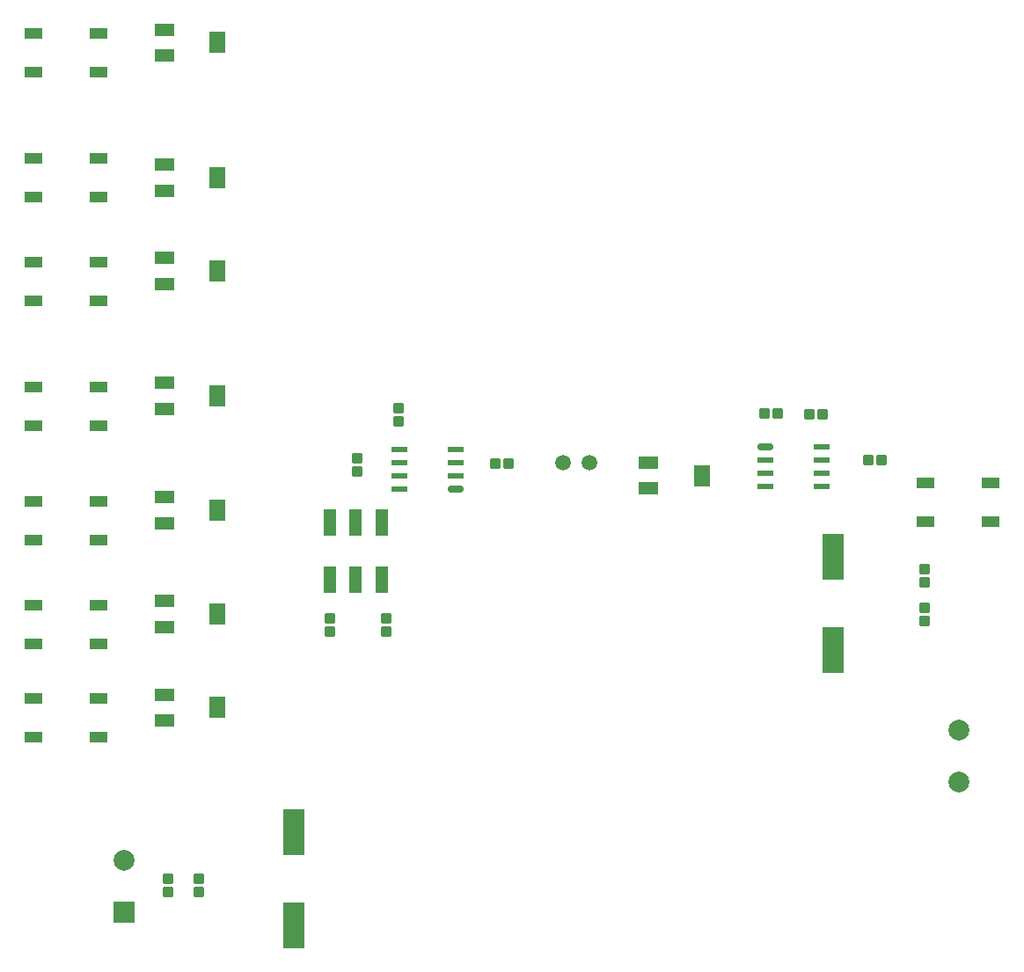
<source format=gbr>
%TF.GenerationSoftware,KiCad,Pcbnew,(5.99.0-10355-gafe0c79a1e)*%
%TF.CreationDate,2021-05-03T14:32:18+02:00*%
%TF.ProjectId,orgel,6f726765-6c2e-46b6-9963-61645f706362,rev?*%
%TF.SameCoordinates,Original*%
%TF.FileFunction,Soldermask,Top*%
%TF.FilePolarity,Negative*%
%FSLAX46Y46*%
G04 Gerber Fmt 4.6, Leading zero omitted, Abs format (unit mm)*
G04 Created by KiCad (PCBNEW (5.99.0-10355-gafe0c79a1e)) date 2021-05-03 14:32:18*
%MOMM*%
%LPD*%
G01*
G04 APERTURE LIST*
G04 Aperture macros list*
%AMRoundRect*
0 Rectangle with rounded corners*
0 $1 Rounding radius*
0 $2 $3 $4 $5 $6 $7 $8 $9 X,Y pos of 4 corners*
0 Add a 4 corners polygon primitive as box body*
4,1,4,$2,$3,$4,$5,$6,$7,$8,$9,$2,$3,0*
0 Add four circle primitives for the rounded corners*
1,1,$1+$1,$2,$3*
1,1,$1+$1,$4,$5*
1,1,$1+$1,$6,$7*
1,1,$1+$1,$8,$9*
0 Add four rect primitives between the rounded corners*
20,1,$1+$1,$2,$3,$4,$5,0*
20,1,$1+$1,$4,$5,$6,$7,0*
20,1,$1+$1,$6,$7,$8,$9,0*
20,1,$1+$1,$8,$9,$2,$3,0*%
G04 Aperture macros list end*
%ADD10R,1.900000X1.300000*%
%ADD11R,1.500000X2.000000*%
%ADD12R,1.200000X2.500000*%
%ADD13R,2.120000X4.510000*%
%ADD14R,1.800000X1.100000*%
%ADD15RoundRect,0.250000X-0.300000X0.250000X-0.300000X-0.250000X0.300000X-0.250000X0.300000X0.250000X0*%
%ADD16RoundRect,0.250000X0.300000X-0.250000X0.300000X0.250000X-0.300000X0.250000X-0.300000X-0.250000X0*%
%ADD17RoundRect,0.250000X-0.250000X-0.300000X0.250000X-0.300000X0.250000X0.300000X-0.250000X0.300000X0*%
%ADD18RoundRect,0.150000X0.625000X0.150000X-0.625000X0.150000X-0.625000X-0.150000X0.625000X-0.150000X0*%
%ADD19R,1.550000X0.600000*%
%ADD20RoundRect,0.250000X0.250000X0.300000X-0.250000X0.300000X-0.250000X-0.300000X0.250000X-0.300000X0*%
%ADD21C,1.500000*%
%ADD22RoundRect,0.150000X-0.625000X-0.150000X0.625000X-0.150000X0.625000X0.150000X-0.625000X0.150000X0*%
%ADD23R,2.000000X2.000000*%
%ADD24C,2.000000*%
G04 APERTURE END LIST*
D10*
%TO.C,RV1*%
X89450000Y-107750000D03*
D11*
X94550000Y-109000000D03*
D10*
X89450000Y-110250000D03*
%TD*%
D12*
%TO.C,SW7*%
X110400000Y-91225000D03*
X107900000Y-91225000D03*
X105400000Y-91225000D03*
X105400000Y-96725000D03*
X107900000Y-96725000D03*
X110400000Y-96725000D03*
%TD*%
D13*
%TO.C,C9*%
X153850000Y-94475000D03*
X153850000Y-103475000D03*
%TD*%
D14*
%TO.C,SW2*%
X83100000Y-102850000D03*
X76900000Y-102850000D03*
X76900000Y-99150000D03*
X83100000Y-99150000D03*
%TD*%
D15*
%TO.C,R2*%
X148540000Y-80725000D03*
X147270000Y-80725000D03*
%TD*%
D14*
%TO.C,SW1*%
X83100000Y-111850000D03*
X76900000Y-111850000D03*
X83100000Y-108150000D03*
X76900000Y-108150000D03*
%TD*%
D10*
%TO.C,RV6*%
X89450000Y-56750000D03*
D11*
X94550000Y-58000000D03*
D10*
X89450000Y-59250000D03*
%TD*%
D16*
%TO.C,C8*%
X157250000Y-85200000D03*
X158520000Y-85200000D03*
%TD*%
D10*
%TO.C,RV3*%
X89450000Y-88750000D03*
D11*
X94550000Y-90000000D03*
D10*
X89450000Y-91250000D03*
%TD*%
D14*
%TO.C,SW5*%
X83100000Y-69850000D03*
X76900000Y-69850000D03*
X76900000Y-66150000D03*
X83100000Y-66150000D03*
%TD*%
D17*
%TO.C,R3*%
X162600000Y-99365000D03*
X162600000Y-100635000D03*
%TD*%
D14*
%TO.C,SW8*%
X83100000Y-47850000D03*
X76900000Y-47850000D03*
X83100000Y-44150000D03*
X76900000Y-44150000D03*
%TD*%
D18*
%TO.C,U1*%
X117522705Y-88000000D03*
D19*
X117522705Y-86730000D03*
X117522705Y-85460000D03*
X117522705Y-84190000D03*
X112122705Y-84190000D03*
X112122705Y-85460000D03*
X112122705Y-86730000D03*
X112122705Y-88000000D03*
%TD*%
D20*
%TO.C,C7*%
X162625000Y-96945000D03*
X162625000Y-95675000D03*
%TD*%
D10*
%TO.C,RV4*%
X89450000Y-77750000D03*
D11*
X94550000Y-79000000D03*
D10*
X89450000Y-80250000D03*
%TD*%
D21*
%TO.C,CON1*%
X127850000Y-85475000D03*
X130390000Y-85475000D03*
%TD*%
D14*
%TO.C,SW6*%
X76900000Y-59850000D03*
X83100000Y-59850000D03*
X83100000Y-56150000D03*
X76900000Y-56150000D03*
%TD*%
D17*
%TO.C,C11*%
X89835000Y-125470000D03*
X89835000Y-126740000D03*
%TD*%
D16*
%TO.C,C6*%
X151515000Y-80755000D03*
X152785000Y-80755000D03*
%TD*%
D22*
%TO.C,U2*%
X147335000Y-83950000D03*
D19*
X147335000Y-85220000D03*
X147335000Y-86490000D03*
X147335000Y-87760000D03*
X152735000Y-87760000D03*
X152735000Y-86490000D03*
X152735000Y-85220000D03*
X152735000Y-83950000D03*
%TD*%
D14*
%TO.C,SW4*%
X83100000Y-81850000D03*
X76900000Y-81850000D03*
X83100000Y-78150000D03*
X76900000Y-78150000D03*
%TD*%
D16*
%TO.C,C4*%
X121315000Y-85480000D03*
X122585000Y-85480000D03*
%TD*%
D10*
%TO.C,RV9*%
X136075000Y-85425000D03*
D11*
X141175000Y-86675000D03*
D10*
X136075000Y-87925000D03*
%TD*%
D23*
%TO.C,J2*%
X85630000Y-128700000D03*
D24*
X85630000Y-123700000D03*
%TD*%
D10*
%TO.C,RV2*%
X89450000Y-98750000D03*
D11*
X94550000Y-100000000D03*
D10*
X89450000Y-101250000D03*
%TD*%
D24*
%TO.C,J1*%
X165900000Y-111190000D03*
X165900000Y-116190000D03*
%TD*%
D20*
%TO.C,C3*%
X112025000Y-81420000D03*
X112025000Y-80150000D03*
%TD*%
D14*
%TO.C,SW10*%
X162750000Y-87375000D03*
X168950000Y-87375000D03*
X162750000Y-91075000D03*
X168950000Y-91075000D03*
%TD*%
D17*
%TO.C,C2*%
X105425000Y-100425000D03*
X105425000Y-101695000D03*
%TD*%
D13*
%TO.C,C5*%
X101925000Y-120975000D03*
X101925000Y-129975000D03*
%TD*%
D10*
%TO.C,RV5*%
X89450000Y-65750000D03*
D11*
X94550000Y-67000000D03*
D10*
X89450000Y-68250000D03*
%TD*%
D20*
%TO.C,R1*%
X108000000Y-86270000D03*
X108000000Y-85000000D03*
%TD*%
D10*
%TO.C,RV7*%
X89450000Y-43750000D03*
D11*
X94550000Y-45000000D03*
D10*
X89450000Y-46250000D03*
%TD*%
D17*
%TO.C,C1*%
X110825000Y-100455000D03*
X110825000Y-101725000D03*
%TD*%
%TO.C,C10*%
X92755000Y-125510000D03*
X92755000Y-126780000D03*
%TD*%
D14*
%TO.C,SW3*%
X83100000Y-92850000D03*
X76900000Y-92850000D03*
X83100000Y-89150000D03*
X76900000Y-89150000D03*
%TD*%
M02*

</source>
